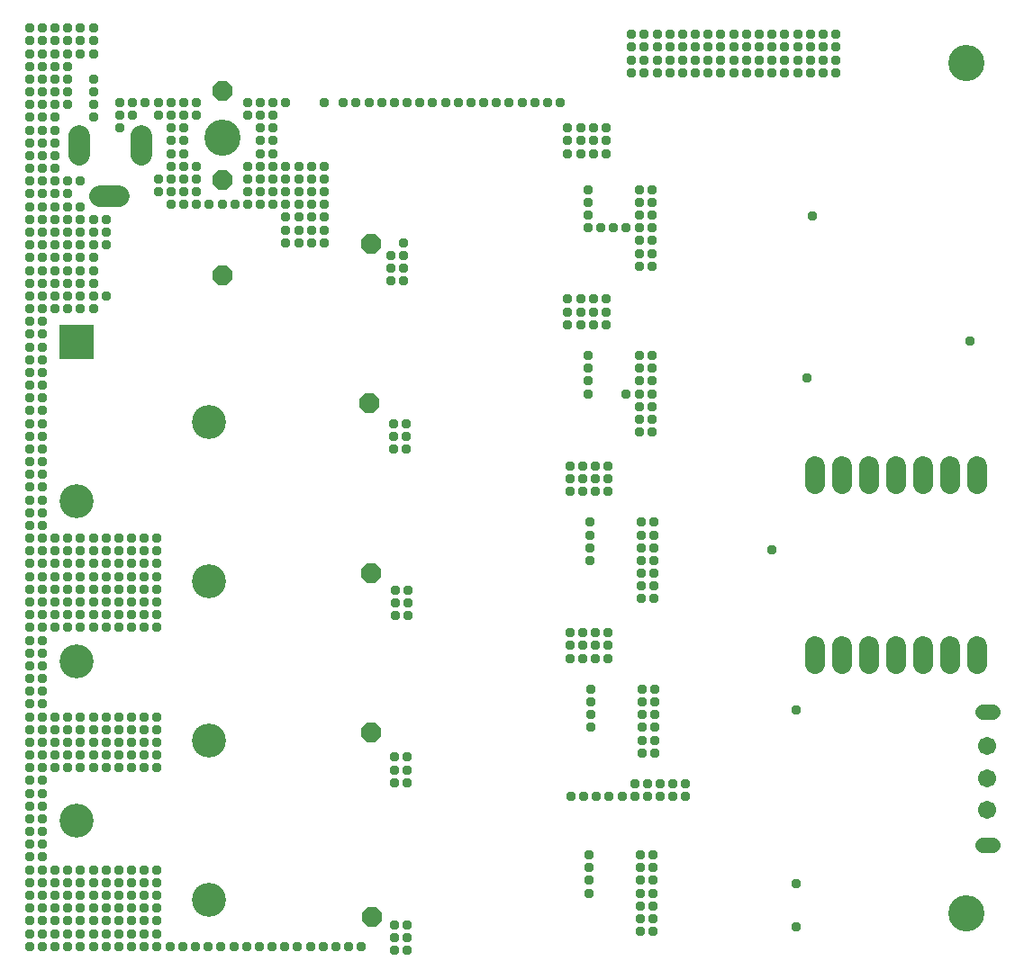
<source format=gbr>
G04 EAGLE Gerber RS-274X export*
G75*
%MOMM*%
%FSLAX34Y34*%
%LPD*%
%INSoldermask Bottom*%
%IPPOS*%
%AMOC8*
5,1,8,0,0,1.08239X$1,22.5*%
G01*
G04 Define Apertures*
%ADD10C,3.403200*%
%ADD11C,1.903200*%
%ADD12R,3.203200X3.203200*%
%ADD13C,3.203200*%
%ADD14C,2.003200*%
%ADD15C,1.711200*%
%ADD16C,1.411200*%
%ADD17P,1.95198X8X22.5*%
%ADD18C,0.959600*%
D10*
X900000Y50000D03*
X900000Y850000D03*
X200000Y780000D03*
D11*
X909500Y471024D02*
X909500Y454024D01*
X884100Y454024D02*
X884100Y471024D01*
X858700Y471024D02*
X858700Y454024D01*
X833300Y454024D02*
X833300Y471024D01*
X807900Y471024D02*
X807900Y454024D01*
X782500Y454024D02*
X782500Y471024D01*
X757100Y471024D02*
X757100Y454024D01*
X757100Y301624D02*
X757100Y284624D01*
X782500Y284624D02*
X782500Y301624D01*
X807900Y301624D02*
X807900Y284624D01*
X833300Y284624D02*
X833300Y301624D01*
X858700Y301624D02*
X858700Y284624D01*
X884100Y284624D02*
X884100Y301624D01*
X909500Y301624D02*
X909500Y284624D01*
D12*
X63000Y587500D03*
D13*
X188000Y512500D03*
X63000Y437500D03*
X188000Y362500D03*
X63000Y287500D03*
X188000Y212500D03*
X63000Y137500D03*
X188000Y62500D03*
D14*
X66000Y764000D02*
X66000Y782000D01*
X124000Y782000D02*
X124000Y764000D01*
X103000Y725000D02*
X85000Y725000D01*
D15*
X919586Y147216D03*
X919586Y177216D03*
X919586Y207216D03*
D16*
X924086Y114716D02*
X915086Y114716D01*
X915086Y239716D02*
X924086Y239716D01*
D17*
X341000Y47000D03*
X340000Y220000D03*
X340000Y370000D03*
X338475Y530000D03*
X340000Y680000D03*
X200000Y650000D03*
X200000Y740000D03*
X200000Y824172D03*
D18*
X362000Y15000D03*
X374000Y15000D03*
X362000Y27000D03*
X374000Y27000D03*
X362000Y39000D03*
X374000Y39000D03*
X362000Y173000D03*
X374000Y173000D03*
X362000Y185000D03*
X374000Y185000D03*
X362000Y197000D03*
X374000Y197000D03*
X363000Y330000D03*
X375000Y330000D03*
X363000Y342000D03*
X375000Y342000D03*
X363000Y354000D03*
X375000Y354000D03*
X361000Y487000D03*
X373000Y487000D03*
X361000Y499000D03*
X373000Y499000D03*
X361000Y511000D03*
X373000Y511000D03*
X371000Y681000D03*
X371000Y669000D03*
X359000Y669000D03*
X371000Y657000D03*
X359000Y657000D03*
X371000Y645000D03*
X359000Y645000D03*
X79000Y883000D03*
X67000Y883000D03*
X55000Y883000D03*
X43000Y883000D03*
X31000Y883000D03*
X19000Y883000D03*
X79000Y871000D03*
X67000Y871000D03*
X55000Y871000D03*
X43000Y871000D03*
X31000Y871000D03*
X19000Y871000D03*
X79000Y859000D03*
X67000Y859000D03*
X55000Y859000D03*
X43000Y859000D03*
X31000Y859000D03*
X19000Y859000D03*
X55000Y847000D03*
X43000Y847000D03*
X31000Y847000D03*
X19000Y847000D03*
X79000Y835000D03*
X55000Y835000D03*
X43000Y835000D03*
X31000Y835000D03*
X19000Y835000D03*
X79000Y823000D03*
X55000Y823000D03*
X43000Y823000D03*
X31000Y823000D03*
X19000Y823000D03*
X79000Y811000D03*
X55000Y811000D03*
X43000Y811000D03*
X31000Y811000D03*
X19000Y811000D03*
X79000Y799000D03*
X43000Y799000D03*
X31000Y799000D03*
X19000Y799000D03*
X43000Y787000D03*
X31000Y787000D03*
X91000Y31000D03*
X79000Y31000D03*
X67000Y31000D03*
X55000Y31000D03*
X43000Y31000D03*
X31000Y31000D03*
X19000Y31000D03*
X331000Y19000D03*
X319000Y19000D03*
X307000Y19000D03*
X295000Y19000D03*
X283000Y19000D03*
X271000Y19000D03*
X259000Y19000D03*
X247000Y19000D03*
X235000Y19000D03*
X223000Y19000D03*
X211000Y19000D03*
X199000Y19000D03*
X187000Y19000D03*
X175000Y19000D03*
X163000Y19000D03*
X151000Y19000D03*
X139000Y19000D03*
X127000Y19000D03*
X115000Y19000D03*
X103000Y19000D03*
X91000Y19000D03*
X79000Y19000D03*
X67000Y19000D03*
X55000Y19000D03*
X43000Y19000D03*
X31000Y19000D03*
X19000Y19000D03*
X103000Y31000D03*
X115000Y31000D03*
X127000Y31000D03*
X139000Y31000D03*
X19000Y43000D03*
X31000Y43000D03*
X43000Y43000D03*
X55000Y43000D03*
X67000Y43000D03*
X79000Y43000D03*
X91000Y43000D03*
X103000Y43000D03*
X115000Y43000D03*
X127000Y43000D03*
X139000Y43000D03*
X19000Y55000D03*
X31000Y55000D03*
X43000Y55000D03*
X55000Y55000D03*
X67000Y55000D03*
X79000Y55000D03*
X91000Y55000D03*
X103000Y55000D03*
X115000Y55000D03*
X127000Y55000D03*
X139000Y55000D03*
X19000Y67000D03*
X31000Y67000D03*
X43000Y67000D03*
X55000Y67000D03*
X67000Y67000D03*
X79000Y67000D03*
X91000Y67000D03*
X103000Y67000D03*
X115000Y67000D03*
X127000Y67000D03*
X139000Y67000D03*
X19000Y79000D03*
X31000Y79000D03*
X43000Y79000D03*
X55000Y79000D03*
X67000Y79000D03*
X79000Y79000D03*
X91000Y79000D03*
X103000Y79000D03*
X115000Y79000D03*
X127000Y79000D03*
X139000Y79000D03*
X19000Y91000D03*
X31000Y91000D03*
X43000Y91000D03*
X55000Y91000D03*
X67000Y91000D03*
X79000Y91000D03*
X91000Y91000D03*
X103000Y91000D03*
X115000Y91000D03*
X127000Y91000D03*
X139000Y91000D03*
X19000Y103000D03*
X31000Y103000D03*
X19000Y115000D03*
X31000Y115000D03*
X19000Y127000D03*
X31000Y127000D03*
X19000Y139000D03*
X31000Y139000D03*
X19000Y151000D03*
X31000Y151000D03*
X19000Y163000D03*
X31000Y163000D03*
X19000Y175000D03*
X31000Y175000D03*
X19000Y187000D03*
X31000Y187000D03*
X43000Y187000D03*
X55000Y187000D03*
X67000Y187000D03*
X79000Y187000D03*
X91000Y187000D03*
X103000Y187000D03*
X115000Y187000D03*
X127000Y187000D03*
X139000Y187000D03*
X19000Y199000D03*
X31000Y199000D03*
X43000Y199000D03*
X55000Y199000D03*
X67000Y199000D03*
X79000Y199000D03*
X91000Y199000D03*
X103000Y199000D03*
X115000Y199000D03*
X127000Y199000D03*
X139000Y199000D03*
X19000Y211000D03*
X31000Y211000D03*
X43000Y211000D03*
X55000Y211000D03*
X67000Y211000D03*
X79000Y211000D03*
X91000Y211000D03*
X103000Y211000D03*
X115000Y211000D03*
X127000Y211000D03*
X139000Y211000D03*
X19000Y223000D03*
X31000Y223000D03*
X43000Y223000D03*
X55000Y223000D03*
X67000Y223000D03*
X79000Y223000D03*
X91000Y223000D03*
X103000Y223000D03*
X115000Y223000D03*
X127000Y223000D03*
X139000Y223000D03*
X19000Y235000D03*
X31000Y235000D03*
X43000Y235000D03*
X55000Y235000D03*
X67000Y235000D03*
X79000Y235000D03*
X91000Y235000D03*
X103000Y235000D03*
X115000Y235000D03*
X127000Y235000D03*
X139000Y235000D03*
X19000Y247000D03*
X31000Y247000D03*
X19000Y259000D03*
X31000Y259000D03*
X19000Y271000D03*
X31000Y271000D03*
X19000Y283000D03*
X31000Y283000D03*
X19000Y295000D03*
X31000Y295000D03*
X19000Y307000D03*
X31000Y307000D03*
X19000Y319000D03*
X31000Y319000D03*
X43000Y319000D03*
X55000Y319000D03*
X67000Y319000D03*
X79000Y319000D03*
X91000Y319000D03*
X103000Y319000D03*
X115000Y319000D03*
X127000Y319000D03*
X139000Y319000D03*
X19000Y331000D03*
X31000Y331000D03*
X43000Y331000D03*
X55000Y331000D03*
X67000Y331000D03*
X79000Y331000D03*
X91000Y331000D03*
X103000Y331000D03*
X115000Y331000D03*
X127000Y331000D03*
X139000Y331000D03*
X19000Y343000D03*
X31000Y343000D03*
X43000Y343000D03*
X55000Y343000D03*
X67000Y343000D03*
X79000Y343000D03*
X91000Y343000D03*
X103000Y343000D03*
X115000Y343000D03*
X127000Y343000D03*
X139000Y343000D03*
X19000Y355000D03*
X31000Y355000D03*
X43000Y355000D03*
X55000Y355000D03*
X67000Y355000D03*
X79000Y355000D03*
X91000Y355000D03*
X103000Y355000D03*
X115000Y355000D03*
X127000Y355000D03*
X139000Y355000D03*
X19000Y367000D03*
X31000Y367000D03*
X43000Y367000D03*
X55000Y367000D03*
X67000Y367000D03*
X79000Y367000D03*
X91000Y367000D03*
X103000Y367000D03*
X115000Y367000D03*
X127000Y367000D03*
X139000Y367000D03*
X19000Y379000D03*
X31000Y379000D03*
X43000Y379000D03*
X55000Y379000D03*
X67000Y379000D03*
X79000Y379000D03*
X91000Y379000D03*
X103000Y379000D03*
X115000Y379000D03*
X127000Y379000D03*
X139000Y379000D03*
X19000Y391000D03*
X31000Y391000D03*
X43000Y391000D03*
X55000Y391000D03*
X67000Y391000D03*
X79000Y391000D03*
X91000Y391000D03*
X103000Y391000D03*
X115000Y391000D03*
X127000Y391000D03*
X139000Y391000D03*
X19000Y403000D03*
X31000Y403000D03*
X43000Y403000D03*
X55000Y403000D03*
X67000Y403000D03*
X79000Y403000D03*
X91000Y403000D03*
X103000Y403000D03*
X115000Y403000D03*
X127000Y403000D03*
X139000Y403000D03*
X19000Y415000D03*
X31000Y415000D03*
X19000Y427000D03*
X31000Y427000D03*
X19000Y439000D03*
X31000Y439000D03*
X19000Y451000D03*
X31000Y451000D03*
X19000Y463000D03*
X31000Y463000D03*
X19000Y475000D03*
X31000Y475000D03*
X19000Y487000D03*
X31000Y487000D03*
X19000Y499000D03*
X31000Y499000D03*
X19000Y511000D03*
X31000Y511000D03*
X19000Y523000D03*
X31000Y523000D03*
X19000Y535000D03*
X31000Y535000D03*
X19000Y547000D03*
X31000Y547000D03*
X19000Y559000D03*
X31000Y559000D03*
X19000Y571000D03*
X31000Y571000D03*
X19000Y583000D03*
X31000Y583000D03*
X19000Y595000D03*
X31000Y595000D03*
X19000Y607000D03*
X31000Y607000D03*
X19000Y619000D03*
X31000Y619000D03*
X43000Y619000D03*
X55000Y619000D03*
X67000Y619000D03*
X79000Y619000D03*
X19000Y631000D03*
X31000Y631000D03*
X43000Y631000D03*
X55000Y631000D03*
X67000Y631000D03*
X79000Y631000D03*
X91000Y631000D03*
X19000Y643000D03*
X31000Y643000D03*
X43000Y643000D03*
X55000Y643000D03*
X67000Y643000D03*
X79000Y643000D03*
X19000Y655000D03*
X31000Y655000D03*
X43000Y655000D03*
X55000Y655000D03*
X67000Y655000D03*
X79000Y655000D03*
X19000Y667000D03*
X31000Y667000D03*
X43000Y667000D03*
X55000Y667000D03*
X67000Y667000D03*
X79000Y667000D03*
X19000Y679000D03*
X31000Y679000D03*
X43000Y679000D03*
X55000Y679000D03*
X67000Y679000D03*
X79000Y679000D03*
X91000Y679000D03*
X19000Y691000D03*
X31000Y691000D03*
X43000Y691000D03*
X55000Y691000D03*
X67000Y691000D03*
X79000Y691000D03*
X91000Y691000D03*
X19000Y703000D03*
X31000Y703000D03*
X43000Y703000D03*
X55000Y703000D03*
X67000Y703000D03*
X79000Y703000D03*
X91000Y703000D03*
X19000Y715000D03*
X31000Y715000D03*
X43000Y715000D03*
X55000Y715000D03*
X67000Y715000D03*
X19000Y727000D03*
X31000Y727000D03*
X43000Y727000D03*
X55000Y727000D03*
X19000Y739000D03*
X31000Y739000D03*
X43000Y739000D03*
X55000Y739000D03*
X67000Y739000D03*
X19000Y751000D03*
X31000Y751000D03*
X43000Y751000D03*
X19000Y763000D03*
X31000Y763000D03*
X43000Y763000D03*
X19000Y775000D03*
X31000Y775000D03*
X43000Y775000D03*
X19000Y787000D03*
X604000Y731000D03*
X592000Y731000D03*
X544000Y731000D03*
X604000Y719000D03*
X592000Y719000D03*
X544000Y719000D03*
X604000Y707000D03*
X592000Y707000D03*
X544000Y707000D03*
X604000Y695000D03*
X592000Y695000D03*
X580000Y695000D03*
X568000Y695000D03*
X592000Y659000D03*
X604000Y659000D03*
X592000Y671000D03*
X604000Y671000D03*
X592000Y683000D03*
X604000Y683000D03*
X544000Y695000D03*
X556000Y695000D03*
X604000Y575000D03*
X592000Y575000D03*
X544000Y575000D03*
X604000Y563000D03*
X592000Y563000D03*
X544000Y563000D03*
X604000Y551000D03*
X592000Y551000D03*
X544000Y551000D03*
X604000Y539000D03*
X592000Y539000D03*
X580000Y539000D03*
X592000Y503000D03*
X604000Y503000D03*
X592000Y515000D03*
X604000Y515000D03*
X592000Y527000D03*
X604000Y527000D03*
X544000Y539000D03*
X606000Y418000D03*
X594000Y418000D03*
X546000Y418000D03*
X606000Y406000D03*
X594000Y406000D03*
X546000Y406000D03*
X606000Y394000D03*
X594000Y394000D03*
X546000Y394000D03*
X606000Y382000D03*
X594000Y382000D03*
X594000Y346000D03*
X606000Y346000D03*
X594000Y358000D03*
X606000Y358000D03*
X594000Y370000D03*
X606000Y370000D03*
X546000Y382000D03*
X607070Y261000D03*
X595070Y261000D03*
X547070Y261000D03*
X607070Y249000D03*
X595070Y249000D03*
X547070Y249000D03*
X607070Y237000D03*
X595070Y237000D03*
X547070Y237000D03*
X607070Y225000D03*
X595070Y225000D03*
X595070Y201000D03*
X607070Y201000D03*
X595070Y213000D03*
X607070Y213000D03*
X547070Y225000D03*
X605000Y105000D03*
X593000Y105000D03*
X545000Y105000D03*
X605000Y93000D03*
X593000Y93000D03*
X545000Y93000D03*
X605000Y81000D03*
X593000Y81000D03*
X545000Y81000D03*
X605000Y69000D03*
X593000Y69000D03*
X593000Y33000D03*
X605000Y33000D03*
X593000Y45000D03*
X605000Y45000D03*
X593000Y57000D03*
X605000Y57000D03*
X545000Y69000D03*
X740000Y37000D03*
X740000Y78000D03*
X740000Y241000D03*
X755000Y706000D03*
X750000Y554000D03*
X777000Y877000D03*
X765000Y877000D03*
X753000Y877000D03*
X741000Y877000D03*
X669000Y841000D03*
X657000Y841000D03*
X645000Y841000D03*
X633000Y841000D03*
X621000Y841000D03*
X609000Y841000D03*
X597000Y841000D03*
X585000Y841000D03*
X681000Y841000D03*
X693000Y841000D03*
X705000Y841000D03*
X717000Y841000D03*
X729000Y841000D03*
X741000Y841000D03*
X753000Y841000D03*
X765000Y841000D03*
X777000Y841000D03*
X585000Y853000D03*
X597000Y853000D03*
X609000Y853000D03*
X621000Y853000D03*
X633000Y853000D03*
X645000Y853000D03*
X657000Y853000D03*
X669000Y853000D03*
X681000Y853000D03*
X693000Y853000D03*
X705000Y853000D03*
X717000Y853000D03*
X729000Y853000D03*
X741000Y853000D03*
X753000Y853000D03*
X765000Y853000D03*
X777000Y853000D03*
X585000Y865000D03*
X597000Y865000D03*
X609000Y865000D03*
X621000Y865000D03*
X633000Y865000D03*
X645000Y865000D03*
X657000Y865000D03*
X669000Y865000D03*
X681000Y865000D03*
X693000Y865000D03*
X705000Y865000D03*
X717000Y865000D03*
X729000Y865000D03*
X741000Y865000D03*
X753000Y865000D03*
X765000Y865000D03*
X777000Y865000D03*
X585000Y877000D03*
X597000Y877000D03*
X609000Y877000D03*
X621000Y877000D03*
X633000Y877000D03*
X645000Y877000D03*
X657000Y877000D03*
X669000Y877000D03*
X681000Y877000D03*
X693000Y877000D03*
X705000Y877000D03*
X717000Y877000D03*
X729000Y877000D03*
X717282Y392282D03*
X903456Y588456D03*
X561000Y789000D03*
X549000Y789000D03*
X537000Y789000D03*
X525000Y789000D03*
X561000Y777000D03*
X549000Y777000D03*
X537000Y777000D03*
X525000Y777000D03*
X525000Y765000D03*
X537000Y765000D03*
X549000Y765000D03*
X561000Y765000D03*
X636000Y172000D03*
X624000Y172000D03*
X612000Y172000D03*
X600000Y172000D03*
X588000Y172000D03*
X636000Y160000D03*
X624000Y160000D03*
X612000Y160000D03*
X528000Y160000D03*
X540000Y160000D03*
X552000Y160000D03*
X564000Y160000D03*
X576000Y160000D03*
X588000Y160000D03*
X600000Y160000D03*
X563000Y314000D03*
X551000Y314000D03*
X539000Y314000D03*
X527000Y314000D03*
X563000Y302000D03*
X551000Y302000D03*
X539000Y302000D03*
X527000Y302000D03*
X527000Y290000D03*
X539000Y290000D03*
X551000Y290000D03*
X563000Y290000D03*
X563000Y471000D03*
X551000Y471000D03*
X539000Y471000D03*
X527000Y471000D03*
X563000Y459000D03*
X551000Y459000D03*
X539000Y459000D03*
X527000Y459000D03*
X527000Y447000D03*
X539000Y447000D03*
X551000Y447000D03*
X563000Y447000D03*
X561000Y628000D03*
X549000Y628000D03*
X537000Y628000D03*
X525000Y628000D03*
X561000Y616000D03*
X549000Y616000D03*
X537000Y616000D03*
X525000Y616000D03*
X525000Y604000D03*
X537000Y604000D03*
X549000Y604000D03*
X561000Y604000D03*
X296000Y813000D03*
X260000Y813000D03*
X248000Y813000D03*
X236000Y813000D03*
X224000Y813000D03*
X176000Y813000D03*
X164000Y813000D03*
X152000Y813000D03*
X140000Y813000D03*
X128000Y813000D03*
X116000Y813000D03*
X104000Y813000D03*
X248000Y801000D03*
X236000Y801000D03*
X224000Y801000D03*
X176000Y801000D03*
X164000Y801000D03*
X152000Y801000D03*
X140000Y801000D03*
X116000Y801000D03*
X104000Y801000D03*
X248000Y789000D03*
X236000Y789000D03*
X164000Y789000D03*
X152000Y789000D03*
X104000Y789000D03*
X248000Y777000D03*
X236000Y777000D03*
X164000Y777000D03*
X152000Y777000D03*
X248000Y765000D03*
X236000Y765000D03*
X164000Y765000D03*
X152000Y765000D03*
X296000Y753000D03*
X284000Y753000D03*
X272000Y753000D03*
X260000Y753000D03*
X248000Y753000D03*
X236000Y753000D03*
X296000Y693000D03*
X284000Y693000D03*
X272000Y693000D03*
X260000Y693000D03*
X296000Y681000D03*
X284000Y681000D03*
X272000Y681000D03*
X260000Y681000D03*
X260000Y705000D03*
X272000Y705000D03*
X284000Y705000D03*
X296000Y705000D03*
X152000Y717000D03*
X164000Y717000D03*
X176000Y717000D03*
X188000Y717000D03*
X200000Y717000D03*
X212000Y717000D03*
X224000Y717000D03*
X236000Y717000D03*
X248000Y717000D03*
X260000Y717000D03*
X272000Y717000D03*
X284000Y717000D03*
X296000Y717000D03*
X140000Y729000D03*
X152000Y729000D03*
X164000Y729000D03*
X176000Y729000D03*
X224000Y729000D03*
X236000Y729000D03*
X248000Y729000D03*
X260000Y729000D03*
X272000Y729000D03*
X284000Y729000D03*
X296000Y729000D03*
X140000Y741000D03*
X152000Y741000D03*
X164000Y741000D03*
X176000Y741000D03*
X224000Y741000D03*
X236000Y741000D03*
X248000Y741000D03*
X260000Y741000D03*
X272000Y741000D03*
X284000Y741000D03*
X296000Y741000D03*
X152000Y753000D03*
X164000Y753000D03*
X176000Y753000D03*
X224000Y753000D03*
X518000Y813000D03*
X506000Y813000D03*
X494000Y813000D03*
X482000Y813000D03*
X470000Y813000D03*
X458000Y813000D03*
X446000Y813000D03*
X434000Y813000D03*
X422000Y813000D03*
X410000Y813000D03*
X314000Y813000D03*
X326000Y813000D03*
X338000Y813000D03*
X350000Y813000D03*
X362000Y813000D03*
X374000Y813000D03*
X386000Y813000D03*
X398000Y813000D03*
M02*

</source>
